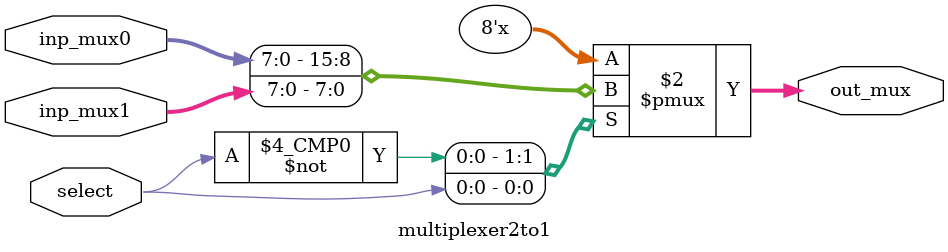
<source format=v>
module multiplexer2to1 #(parameter W = 8)
  (
	input [W-1:0] inp_mux0, 
	input [W-1:0] inp_mux1, 
	input [0:0] select, 
	output reg [W-1:0] out_mux
  );
	
	always @(*) 
	begin
		case (select)
			1'b0: out_mux = inp_mux0;
			1'b1: out_mux = inp_mux1;
		endcase
	end
	
endmodule

</source>
